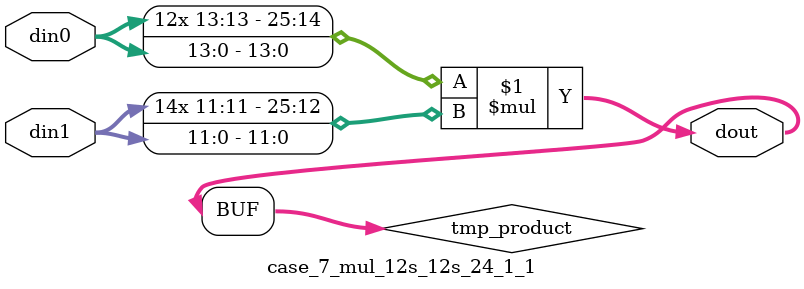
<source format=v>

`timescale 1 ns / 1 ps

 (* use_dsp = "no" *)  module case_7_mul_12s_12s_24_1_1(din0, din1, dout);
parameter ID = 1;
parameter NUM_STAGE = 0;
parameter din0_WIDTH = 14;
parameter din1_WIDTH = 12;
parameter dout_WIDTH = 26;

input [din0_WIDTH - 1 : 0] din0; 
input [din1_WIDTH - 1 : 0] din1; 
output [dout_WIDTH - 1 : 0] dout;

wire signed [dout_WIDTH - 1 : 0] tmp_product;



























assign tmp_product = $signed(din0) * $signed(din1);








assign dout = tmp_product;





















endmodule

</source>
